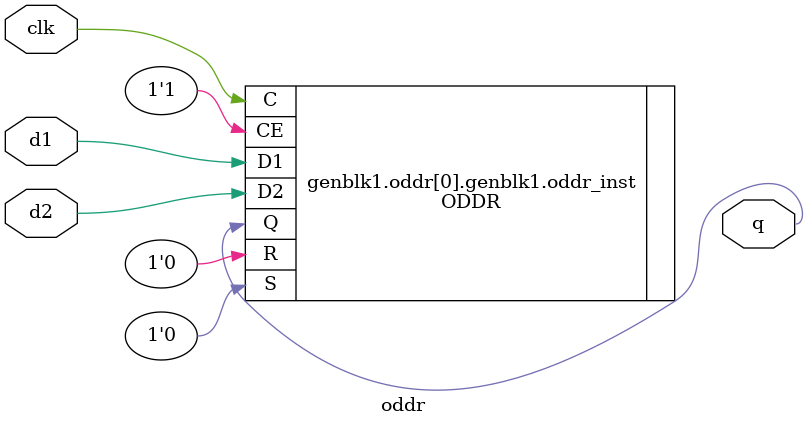
<source format=v>
/*

Copyright (c) 2016-2018 Alex Forencich

Permission is hereby granted, free of charge, to any person obtaining a copy
of this software and associated documentation files (the "Software"), to deal
in the Software without restriction, including without limitation the rights
to use, copy, modify, merge, publish, distribute, sublicense, and/or sell
copies of the Software, and to permit persons to whom the Software is
furnished to do so, subject to the following conditions:

The above copyright notice and this permission notice shall be included in
all copies or substantial portions of the Software.

THE SOFTWARE IS PROVIDED "AS IS", WITHOUT WARRANTY OF ANY KIND, EXPRESS OR
IMPLIED, INCLUDING BUT NOT LIMITED TO THE WARRANTIES OF MERCHANTABILITY
FITNESS FOR A PARTICULAR PURPOSE AND NONINFRINGEMENT. IN NO EVENT SHALL THE
AUTHORS OR COPYRIGHT HOLDERS BE LIABLE FOR ANY CLAIM, DAMAGES OR OTHER
LIABILITY, WHETHER IN AN ACTION OF CONTRACT, TORT OR OTHERWISE, ARISING FROM,
OUT OF OR IN CONNECTION WITH THE SOFTWARE OR THE USE OR OTHER DEALINGS IN
THE SOFTWARE.

*/

// Language: Verilog 2001

`timescale 1ns / 1ps

/*
 * Generic ODDR module
 */
module oddr #
(
    // target ("SIM", "GENERIC", "XILINX", "ALTERA")
    // parameter TARGET = "GENERIC",
    parameter TARGET = "XILINX",
    // IODDR style ("IODDR", "IODDR2")
    // Use IODDR for Virtex-4, Virtex-5, Virtex-6, 7 Series, Ultrascale
    // Use IODDR2 for Spartan-6
    //parameter IODDR_STYLE = "IODDR2",
    parameter IODDR_STYLE = "IODDR",
    // Width of register in bits
    parameter WIDTH = 1
)
(
    input  wire             clk,

    input  wire [WIDTH-1:0] d1,
    input  wire [WIDTH-1:0] d2,

    output wire [WIDTH-1:0] q
);

/*

Provides a consistent output DDR flip flop across multiple FPGA families
              _____       _____       _____       _____
    clk  ____/     \_____/     \_____/     \_____/     \_____
         _ ___________ ___________ ___________ ___________ __
    d1   _X____D0_____X____D2_____X____D4_____X____D6_____X__
         _ ___________ ___________ ___________ ___________ __
    d2   _X____D1_____X____D3_____X____D5_____X____D7_____X__
         _____ _____ _____ _____ _____ _____ _____ _____ ____
    d    _____X_D0__X_D1__X_D2__X_D3__X_D4__X_D5__X_D6__X_D7_

*/

genvar n;

generate

if (TARGET == "XILINX") begin
    for (n = 0; n < WIDTH; n = n + 1) begin : oddr
        if (IODDR_STYLE == "IODDR") begin
            ODDR #(
                .DDR_CLK_EDGE("SAME_EDGE"),
                .SRTYPE("ASYNC")
            )
            oddr_inst (
                .Q(q[n]),
                .C(clk),
                .CE(1'b1),
                .D1(d1[n]),
                .D2(d2[n]),
                .R(1'b0),
                .S(1'b0)
            );
        end else if (IODDR_STYLE == "IODDR2") begin
            ODDR2 #(
                .DDR_ALIGNMENT("C0"),
                .SRTYPE("ASYNC")
            )
            oddr_inst (
                .Q(q[n]),
                .C0(clk),
                .C1(~clk),
                .CE(1'b1),
                .D0(d1[n]),
                .D1(d2[n]),
                .R(1'b0),
                .S(1'b0)
            );
        end
    end
end else if (TARGET == "ALTERA") begin
    altddio_out #(
        .WIDTH(WIDTH),
        .POWER_UP_HIGH("OFF"),
        .OE_REG("UNUSED")
    )
    altddio_out_inst (
        .aset(1'b0),
        .datain_h(d1),
        .datain_l(d2),
        .outclocken(1'b1),
        .outclock(clk),
        .aclr(1'b0),
        .dataout(q)
    );
end else begin
    reg [WIDTH-1:0] d_reg_1 = {WIDTH{1'b0}};
    reg [WIDTH-1:0] d_reg_2 = {WIDTH{1'b0}};

    reg [WIDTH-1:0] q_reg = {WIDTH{1'b0}};

    always @(posedge clk) begin
        d_reg_1 <= d1;
        d_reg_2 <= d2;
    end

    always @(posedge clk) begin
        q_reg <= d1;
    end

    always @(negedge clk) begin
        q_reg <= d_reg_2;
    end

    assign q = q_reg;
end

endgenerate

endmodule

</source>
